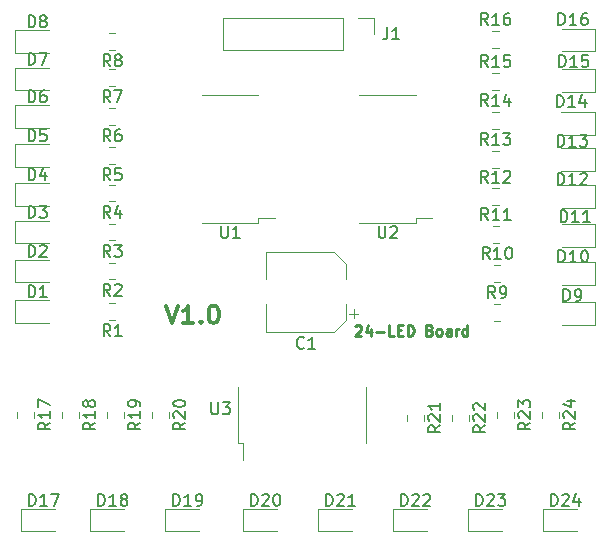
<source format=gbr>
G04 #@! TF.GenerationSoftware,KiCad,Pcbnew,(5.0.1-3-g963ef8bb5)*
G04 #@! TF.CreationDate,2018-12-19T16:23:04+08:00*
G04 #@! TF.ProjectId,24-LED-board,32342D4C45442D626F6172642E6B6963,1.0*
G04 #@! TF.SameCoordinates,Original*
G04 #@! TF.FileFunction,Legend,Top*
G04 #@! TF.FilePolarity,Positive*
%FSLAX46Y46*%
G04 Gerber Fmt 4.6, Leading zero omitted, Abs format (unit mm)*
G04 Created by KiCad (PCBNEW (5.0.1-3-g963ef8bb5)) date 2018 December 19, Wednesday 16:23:04*
%MOMM*%
%LPD*%
G01*
G04 APERTURE LIST*
%ADD10C,0.225000*%
%ADD11C,0.300000*%
%ADD12C,0.120000*%
%ADD13C,0.150000*%
G04 APERTURE END LIST*
D10*
X93985357Y-109320857D02*
X94028214Y-109278000D01*
X94113928Y-109235142D01*
X94328214Y-109235142D01*
X94413928Y-109278000D01*
X94456785Y-109320857D01*
X94499642Y-109406571D01*
X94499642Y-109492285D01*
X94456785Y-109620857D01*
X93942500Y-110135142D01*
X94499642Y-110135142D01*
X95271071Y-109535142D02*
X95271071Y-110135142D01*
X95056785Y-109192285D02*
X94842500Y-109835142D01*
X95399642Y-109835142D01*
X95742500Y-109792285D02*
X96428214Y-109792285D01*
X97285357Y-110135142D02*
X96856785Y-110135142D01*
X96856785Y-109235142D01*
X97585357Y-109663714D02*
X97885357Y-109663714D01*
X98013928Y-110135142D02*
X97585357Y-110135142D01*
X97585357Y-109235142D01*
X98013928Y-109235142D01*
X98399642Y-110135142D02*
X98399642Y-109235142D01*
X98613928Y-109235142D01*
X98742500Y-109278000D01*
X98828214Y-109363714D01*
X98871071Y-109449428D01*
X98913928Y-109620857D01*
X98913928Y-109749428D01*
X98871071Y-109920857D01*
X98828214Y-110006571D01*
X98742500Y-110092285D01*
X98613928Y-110135142D01*
X98399642Y-110135142D01*
X100285357Y-109663714D02*
X100413928Y-109706571D01*
X100456785Y-109749428D01*
X100499642Y-109835142D01*
X100499642Y-109963714D01*
X100456785Y-110049428D01*
X100413928Y-110092285D01*
X100328214Y-110135142D01*
X99985357Y-110135142D01*
X99985357Y-109235142D01*
X100285357Y-109235142D01*
X100371071Y-109278000D01*
X100413928Y-109320857D01*
X100456785Y-109406571D01*
X100456785Y-109492285D01*
X100413928Y-109578000D01*
X100371071Y-109620857D01*
X100285357Y-109663714D01*
X99985357Y-109663714D01*
X101013928Y-110135142D02*
X100928214Y-110092285D01*
X100885357Y-110049428D01*
X100842500Y-109963714D01*
X100842500Y-109706571D01*
X100885357Y-109620857D01*
X100928214Y-109578000D01*
X101013928Y-109535142D01*
X101142500Y-109535142D01*
X101228214Y-109578000D01*
X101271071Y-109620857D01*
X101313928Y-109706571D01*
X101313928Y-109963714D01*
X101271071Y-110049428D01*
X101228214Y-110092285D01*
X101142500Y-110135142D01*
X101013928Y-110135142D01*
X102085357Y-110135142D02*
X102085357Y-109663714D01*
X102042500Y-109578000D01*
X101956785Y-109535142D01*
X101785357Y-109535142D01*
X101699642Y-109578000D01*
X102085357Y-110092285D02*
X101999642Y-110135142D01*
X101785357Y-110135142D01*
X101699642Y-110092285D01*
X101656785Y-110006571D01*
X101656785Y-109920857D01*
X101699642Y-109835142D01*
X101785357Y-109792285D01*
X101999642Y-109792285D01*
X102085357Y-109749428D01*
X102513928Y-110135142D02*
X102513928Y-109535142D01*
X102513928Y-109706571D02*
X102556785Y-109620857D01*
X102599642Y-109578000D01*
X102685357Y-109535142D01*
X102771071Y-109535142D01*
X103456785Y-110135142D02*
X103456785Y-109235142D01*
X103456785Y-110092285D02*
X103371071Y-110135142D01*
X103199642Y-110135142D01*
X103113928Y-110092285D01*
X103071071Y-110049428D01*
X103028214Y-109963714D01*
X103028214Y-109706571D01*
X103071071Y-109620857D01*
X103113928Y-109578000D01*
X103199642Y-109535142D01*
X103371071Y-109535142D01*
X103456785Y-109578000D01*
D11*
X77978285Y-107573071D02*
X78478285Y-109073071D01*
X78978285Y-107573071D01*
X80264000Y-109073071D02*
X79406857Y-109073071D01*
X79835428Y-109073071D02*
X79835428Y-107573071D01*
X79692571Y-107787357D01*
X79549714Y-107930214D01*
X79406857Y-108001642D01*
X80906857Y-108930214D02*
X80978285Y-109001642D01*
X80906857Y-109073071D01*
X80835428Y-109001642D01*
X80906857Y-108930214D01*
X80906857Y-109073071D01*
X81906857Y-107573071D02*
X82049714Y-107573071D01*
X82192571Y-107644500D01*
X82264000Y-107715928D01*
X82335428Y-107858785D01*
X82406857Y-108144500D01*
X82406857Y-108501642D01*
X82335428Y-108787357D01*
X82264000Y-108930214D01*
X82192571Y-109001642D01*
X82049714Y-109073071D01*
X81906857Y-109073071D01*
X81764000Y-109001642D01*
X81692571Y-108930214D01*
X81621142Y-108787357D01*
X81549714Y-108501642D01*
X81549714Y-108144500D01*
X81621142Y-107858785D01*
X81692571Y-107715928D01*
X81764000Y-107644500D01*
X81906857Y-107573071D01*
D12*
G04 #@! TO.C,C1*
X86379000Y-103016000D02*
X86379000Y-105366000D01*
X86379000Y-109836000D02*
X86379000Y-107486000D01*
X92134563Y-109836000D02*
X86379000Y-109836000D01*
X92134563Y-103016000D02*
X86379000Y-103016000D01*
X93199000Y-104080437D02*
X93199000Y-105366000D01*
X93199000Y-108771563D02*
X93199000Y-107486000D01*
X93199000Y-108771563D02*
X92134563Y-109836000D01*
X93199000Y-104080437D02*
X92134563Y-103016000D01*
X94226500Y-108273500D02*
X93439000Y-108273500D01*
X93832750Y-108667250D02*
X93832750Y-107879750D01*
G04 #@! TO.C,D1*
X65187000Y-109037000D02*
X68047000Y-109037000D01*
X65187000Y-107117000D02*
X65187000Y-109037000D01*
X68047000Y-107117000D02*
X65187000Y-107117000D01*
G04 #@! TO.C,D2*
X68047000Y-103688000D02*
X65187000Y-103688000D01*
X65187000Y-103688000D02*
X65187000Y-105608000D01*
X65187000Y-105608000D02*
X68047000Y-105608000D01*
G04 #@! TO.C,D3*
X65187000Y-102306000D02*
X68047000Y-102306000D01*
X65187000Y-100386000D02*
X65187000Y-102306000D01*
X68047000Y-100386000D02*
X65187000Y-100386000D01*
G04 #@! TO.C,D4*
X68047000Y-97211000D02*
X65187000Y-97211000D01*
X65187000Y-97211000D02*
X65187000Y-99131000D01*
X65187000Y-99131000D02*
X68047000Y-99131000D01*
G04 #@! TO.C,D5*
X65187000Y-95829000D02*
X68047000Y-95829000D01*
X65187000Y-93909000D02*
X65187000Y-95829000D01*
X68047000Y-93909000D02*
X65187000Y-93909000D01*
G04 #@! TO.C,D6*
X68047000Y-90607000D02*
X65187000Y-90607000D01*
X65187000Y-90607000D02*
X65187000Y-92527000D01*
X65187000Y-92527000D02*
X68047000Y-92527000D01*
G04 #@! TO.C,D7*
X65187000Y-89352000D02*
X68047000Y-89352000D01*
X65187000Y-87432000D02*
X65187000Y-89352000D01*
X68047000Y-87432000D02*
X65187000Y-87432000D01*
G04 #@! TO.C,D8*
X68047000Y-84257000D02*
X65187000Y-84257000D01*
X65187000Y-84257000D02*
X65187000Y-86177000D01*
X65187000Y-86177000D02*
X68047000Y-86177000D01*
G04 #@! TO.C,D9*
X111449500Y-109227500D02*
X114309500Y-109227500D01*
X114309500Y-109227500D02*
X114309500Y-107307500D01*
X114309500Y-107307500D02*
X111449500Y-107307500D01*
G04 #@! TO.C,D10*
X114309500Y-103878500D02*
X111449500Y-103878500D01*
X114309500Y-105798500D02*
X114309500Y-103878500D01*
X111449500Y-105798500D02*
X114309500Y-105798500D01*
G04 #@! TO.C,D11*
X111449500Y-102623500D02*
X114309500Y-102623500D01*
X114309500Y-102623500D02*
X114309500Y-100703500D01*
X114309500Y-100703500D02*
X111449500Y-100703500D01*
G04 #@! TO.C,D12*
X114309500Y-97401500D02*
X111449500Y-97401500D01*
X114309500Y-99321500D02*
X114309500Y-97401500D01*
X111449500Y-99321500D02*
X114309500Y-99321500D01*
G04 #@! TO.C,D13*
X111386000Y-96146500D02*
X114246000Y-96146500D01*
X114246000Y-96146500D02*
X114246000Y-94226500D01*
X114246000Y-94226500D02*
X111386000Y-94226500D01*
G04 #@! TO.C,D14*
X114246000Y-91178500D02*
X111386000Y-91178500D01*
X114246000Y-93098500D02*
X114246000Y-91178500D01*
X111386000Y-93098500D02*
X114246000Y-93098500D01*
G04 #@! TO.C,D15*
X111449500Y-89479000D02*
X114309500Y-89479000D01*
X114309500Y-89479000D02*
X114309500Y-87559000D01*
X114309500Y-87559000D02*
X111449500Y-87559000D01*
G04 #@! TO.C,D16*
X114309500Y-84130000D02*
X111449500Y-84130000D01*
X114309500Y-86050000D02*
X114309500Y-84130000D01*
X111449500Y-86050000D02*
X114309500Y-86050000D01*
G04 #@! TO.C,J1*
X82744000Y-83252000D02*
X82744000Y-85912000D01*
X92964000Y-83252000D02*
X82744000Y-83252000D01*
X92964000Y-85912000D02*
X82744000Y-85912000D01*
X92964000Y-83252000D02*
X92964000Y-85912000D01*
X94234000Y-83252000D02*
X95564000Y-83252000D01*
X95564000Y-83252000D02*
X95564000Y-84582000D01*
G04 #@! TO.C,R1*
X73658252Y-108787000D02*
X73135748Y-108787000D01*
X73658252Y-107367000D02*
X73135748Y-107367000D01*
G04 #@! TO.C,R2*
X73658252Y-103938000D02*
X73135748Y-103938000D01*
X73658252Y-105358000D02*
X73135748Y-105358000D01*
G04 #@! TO.C,R3*
X73658252Y-102056000D02*
X73135748Y-102056000D01*
X73658252Y-100636000D02*
X73135748Y-100636000D01*
G04 #@! TO.C,R4*
X73658252Y-97334000D02*
X73135748Y-97334000D01*
X73658252Y-98754000D02*
X73135748Y-98754000D01*
G04 #@! TO.C,R5*
X73658252Y-94159000D02*
X73135748Y-94159000D01*
X73658252Y-95579000D02*
X73135748Y-95579000D01*
G04 #@! TO.C,R6*
X73658252Y-92277000D02*
X73135748Y-92277000D01*
X73658252Y-90857000D02*
X73135748Y-90857000D01*
G04 #@! TO.C,R7*
X73658252Y-88975000D02*
X73135748Y-88975000D01*
X73658252Y-87555000D02*
X73135748Y-87555000D01*
G04 #@! TO.C,R8*
X73658252Y-85927000D02*
X73135748Y-85927000D01*
X73658252Y-84507000D02*
X73135748Y-84507000D01*
G04 #@! TO.C,R9*
X105729248Y-108850500D02*
X106251752Y-108850500D01*
X105729248Y-107430500D02*
X106251752Y-107430500D01*
G04 #@! TO.C,R10*
X105729248Y-104128500D02*
X106251752Y-104128500D01*
X105729248Y-105548500D02*
X106251752Y-105548500D01*
G04 #@! TO.C,R11*
X105602248Y-102246500D02*
X106124752Y-102246500D01*
X105602248Y-100826500D02*
X106124752Y-100826500D01*
G04 #@! TO.C,R12*
X105593248Y-97651500D02*
X106115752Y-97651500D01*
X105593248Y-99071500D02*
X106115752Y-99071500D01*
G04 #@! TO.C,R13*
X105584248Y-95896500D02*
X106106752Y-95896500D01*
X105584248Y-94476500D02*
X106106752Y-94476500D01*
G04 #@! TO.C,R14*
X105584248Y-91174500D02*
X106106752Y-91174500D01*
X105584248Y-92594500D02*
X106106752Y-92594500D01*
G04 #@! TO.C,R15*
X105584248Y-89292500D02*
X106106752Y-89292500D01*
X105584248Y-87872500D02*
X106106752Y-87872500D01*
G04 #@! TO.C,R16*
X105593248Y-85736500D02*
X106115752Y-85736500D01*
X105593248Y-84316500D02*
X106115752Y-84316500D01*
G04 #@! TO.C,U1*
X85775500Y-89786500D02*
X80975500Y-89786500D01*
X85775500Y-100586500D02*
X80975500Y-100586500D01*
X85775500Y-100186500D02*
X87175500Y-100186500D01*
X85775500Y-100586500D02*
X85775500Y-100186500D01*
G04 #@! TO.C,U2*
X99110500Y-100586500D02*
X99110500Y-100186500D01*
X99110500Y-100186500D02*
X100510500Y-100186500D01*
X99110500Y-100586500D02*
X94310500Y-100586500D01*
X99110500Y-89786500D02*
X94310500Y-89786500D01*
G04 #@! TO.C,D17*
X68555000Y-124770000D02*
X65695000Y-124770000D01*
X65695000Y-124770000D02*
X65695000Y-126690000D01*
X65695000Y-126690000D02*
X68555000Y-126690000D01*
G04 #@! TO.C,D18*
X71555000Y-126690000D02*
X74415000Y-126690000D01*
X71555000Y-124770000D02*
X71555000Y-126690000D01*
X74415000Y-124770000D02*
X71555000Y-124770000D01*
G04 #@! TO.C,D19*
X80765000Y-124770000D02*
X77905000Y-124770000D01*
X77905000Y-124770000D02*
X77905000Y-126690000D01*
X77905000Y-126690000D02*
X80765000Y-126690000D01*
G04 #@! TO.C,D20*
X84500000Y-126690000D02*
X87360000Y-126690000D01*
X84500000Y-124770000D02*
X84500000Y-126690000D01*
X87360000Y-124770000D02*
X84500000Y-124770000D01*
G04 #@! TO.C,D21*
X93710000Y-124770000D02*
X90850000Y-124770000D01*
X90850000Y-124770000D02*
X90850000Y-126690000D01*
X90850000Y-126690000D02*
X93710000Y-126690000D01*
G04 #@! TO.C,D22*
X97200000Y-126690000D02*
X100060000Y-126690000D01*
X97200000Y-124770000D02*
X97200000Y-126690000D01*
X100060000Y-124770000D02*
X97200000Y-124770000D01*
G04 #@! TO.C,D23*
X106410000Y-124770000D02*
X103550000Y-124770000D01*
X103550000Y-124770000D02*
X103550000Y-126690000D01*
X103550000Y-126690000D02*
X106410000Y-126690000D01*
G04 #@! TO.C,D24*
X109900000Y-126690000D02*
X112760000Y-126690000D01*
X109900000Y-124770000D02*
X109900000Y-126690000D01*
X112760000Y-124770000D02*
X109900000Y-124770000D01*
G04 #@! TO.C,R17*
X65330000Y-116578748D02*
X65330000Y-117101252D01*
X66750000Y-116578748D02*
X66750000Y-117101252D01*
G04 #@! TO.C,R18*
X70560000Y-116578748D02*
X70560000Y-117101252D01*
X69140000Y-116578748D02*
X69140000Y-117101252D01*
G04 #@! TO.C,R19*
X72950000Y-116578748D02*
X72950000Y-117101252D01*
X74370000Y-116578748D02*
X74370000Y-117101252D01*
G04 #@! TO.C,R20*
X78180000Y-116578748D02*
X78180000Y-117101252D01*
X76760000Y-116578748D02*
X76760000Y-117101252D01*
G04 #@! TO.C,R21*
X98350000Y-116823748D02*
X98350000Y-117346252D01*
X99770000Y-116823748D02*
X99770000Y-117346252D01*
G04 #@! TO.C,R22*
X103580000Y-116823748D02*
X103580000Y-117346252D01*
X102160000Y-116823748D02*
X102160000Y-117346252D01*
G04 #@! TO.C,R23*
X105970000Y-116578748D02*
X105970000Y-117101252D01*
X107390000Y-116578748D02*
X107390000Y-117101252D01*
G04 #@! TO.C,R24*
X111200000Y-116578748D02*
X111200000Y-117101252D01*
X109780000Y-116578748D02*
X109780000Y-117101252D01*
G04 #@! TO.C,U3*
X84071500Y-119240000D02*
X84471500Y-119240000D01*
X84471500Y-119240000D02*
X84471500Y-120640000D01*
X84071500Y-119240000D02*
X84071500Y-114440000D01*
X94871500Y-119240000D02*
X94871500Y-114440000D01*
G04 #@! TO.C,C1*
D13*
X89622333Y-111133142D02*
X89574714Y-111180761D01*
X89431857Y-111228380D01*
X89336619Y-111228380D01*
X89193761Y-111180761D01*
X89098523Y-111085523D01*
X89050904Y-110990285D01*
X89003285Y-110799809D01*
X89003285Y-110656952D01*
X89050904Y-110466476D01*
X89098523Y-110371238D01*
X89193761Y-110276000D01*
X89336619Y-110228380D01*
X89431857Y-110228380D01*
X89574714Y-110276000D01*
X89622333Y-110323619D01*
X90574714Y-111228380D02*
X90003285Y-111228380D01*
X90289000Y-111228380D02*
X90289000Y-110228380D01*
X90193761Y-110371238D01*
X90098523Y-110466476D01*
X90003285Y-110514095D01*
G04 #@! TO.C,D1*
X66308904Y-106879380D02*
X66308904Y-105879380D01*
X66547000Y-105879380D01*
X66689857Y-105927000D01*
X66785095Y-106022238D01*
X66832714Y-106117476D01*
X66880333Y-106307952D01*
X66880333Y-106450809D01*
X66832714Y-106641285D01*
X66785095Y-106736523D01*
X66689857Y-106831761D01*
X66547000Y-106879380D01*
X66308904Y-106879380D01*
X67832714Y-106879380D02*
X67261285Y-106879380D01*
X67547000Y-106879380D02*
X67547000Y-105879380D01*
X67451761Y-106022238D01*
X67356523Y-106117476D01*
X67261285Y-106165095D01*
G04 #@! TO.C,D2*
X66308904Y-103450380D02*
X66308904Y-102450380D01*
X66547000Y-102450380D01*
X66689857Y-102498000D01*
X66785095Y-102593238D01*
X66832714Y-102688476D01*
X66880333Y-102878952D01*
X66880333Y-103021809D01*
X66832714Y-103212285D01*
X66785095Y-103307523D01*
X66689857Y-103402761D01*
X66547000Y-103450380D01*
X66308904Y-103450380D01*
X67261285Y-102545619D02*
X67308904Y-102498000D01*
X67404142Y-102450380D01*
X67642238Y-102450380D01*
X67737476Y-102498000D01*
X67785095Y-102545619D01*
X67832714Y-102640857D01*
X67832714Y-102736095D01*
X67785095Y-102878952D01*
X67213666Y-103450380D01*
X67832714Y-103450380D01*
G04 #@! TO.C,D3*
X66308904Y-100148380D02*
X66308904Y-99148380D01*
X66547000Y-99148380D01*
X66689857Y-99196000D01*
X66785095Y-99291238D01*
X66832714Y-99386476D01*
X66880333Y-99576952D01*
X66880333Y-99719809D01*
X66832714Y-99910285D01*
X66785095Y-100005523D01*
X66689857Y-100100761D01*
X66547000Y-100148380D01*
X66308904Y-100148380D01*
X67213666Y-99148380D02*
X67832714Y-99148380D01*
X67499380Y-99529333D01*
X67642238Y-99529333D01*
X67737476Y-99576952D01*
X67785095Y-99624571D01*
X67832714Y-99719809D01*
X67832714Y-99957904D01*
X67785095Y-100053142D01*
X67737476Y-100100761D01*
X67642238Y-100148380D01*
X67356523Y-100148380D01*
X67261285Y-100100761D01*
X67213666Y-100053142D01*
G04 #@! TO.C,D4*
X66308904Y-96973380D02*
X66308904Y-95973380D01*
X66547000Y-95973380D01*
X66689857Y-96021000D01*
X66785095Y-96116238D01*
X66832714Y-96211476D01*
X66880333Y-96401952D01*
X66880333Y-96544809D01*
X66832714Y-96735285D01*
X66785095Y-96830523D01*
X66689857Y-96925761D01*
X66547000Y-96973380D01*
X66308904Y-96973380D01*
X67737476Y-96306714D02*
X67737476Y-96973380D01*
X67499380Y-95925761D02*
X67261285Y-96640047D01*
X67880333Y-96640047D01*
G04 #@! TO.C,D5*
X66308904Y-93671380D02*
X66308904Y-92671380D01*
X66547000Y-92671380D01*
X66689857Y-92719000D01*
X66785095Y-92814238D01*
X66832714Y-92909476D01*
X66880333Y-93099952D01*
X66880333Y-93242809D01*
X66832714Y-93433285D01*
X66785095Y-93528523D01*
X66689857Y-93623761D01*
X66547000Y-93671380D01*
X66308904Y-93671380D01*
X67785095Y-92671380D02*
X67308904Y-92671380D01*
X67261285Y-93147571D01*
X67308904Y-93099952D01*
X67404142Y-93052333D01*
X67642238Y-93052333D01*
X67737476Y-93099952D01*
X67785095Y-93147571D01*
X67832714Y-93242809D01*
X67832714Y-93480904D01*
X67785095Y-93576142D01*
X67737476Y-93623761D01*
X67642238Y-93671380D01*
X67404142Y-93671380D01*
X67308904Y-93623761D01*
X67261285Y-93576142D01*
G04 #@! TO.C,D6*
X66308904Y-90369380D02*
X66308904Y-89369380D01*
X66547000Y-89369380D01*
X66689857Y-89417000D01*
X66785095Y-89512238D01*
X66832714Y-89607476D01*
X66880333Y-89797952D01*
X66880333Y-89940809D01*
X66832714Y-90131285D01*
X66785095Y-90226523D01*
X66689857Y-90321761D01*
X66547000Y-90369380D01*
X66308904Y-90369380D01*
X67737476Y-89369380D02*
X67547000Y-89369380D01*
X67451761Y-89417000D01*
X67404142Y-89464619D01*
X67308904Y-89607476D01*
X67261285Y-89797952D01*
X67261285Y-90178904D01*
X67308904Y-90274142D01*
X67356523Y-90321761D01*
X67451761Y-90369380D01*
X67642238Y-90369380D01*
X67737476Y-90321761D01*
X67785095Y-90274142D01*
X67832714Y-90178904D01*
X67832714Y-89940809D01*
X67785095Y-89845571D01*
X67737476Y-89797952D01*
X67642238Y-89750333D01*
X67451761Y-89750333D01*
X67356523Y-89797952D01*
X67308904Y-89845571D01*
X67261285Y-89940809D01*
G04 #@! TO.C,D7*
X66308904Y-87194380D02*
X66308904Y-86194380D01*
X66547000Y-86194380D01*
X66689857Y-86242000D01*
X66785095Y-86337238D01*
X66832714Y-86432476D01*
X66880333Y-86622952D01*
X66880333Y-86765809D01*
X66832714Y-86956285D01*
X66785095Y-87051523D01*
X66689857Y-87146761D01*
X66547000Y-87194380D01*
X66308904Y-87194380D01*
X67213666Y-86194380D02*
X67880333Y-86194380D01*
X67451761Y-87194380D01*
G04 #@! TO.C,D8*
X66308904Y-84019380D02*
X66308904Y-83019380D01*
X66547000Y-83019380D01*
X66689857Y-83067000D01*
X66785095Y-83162238D01*
X66832714Y-83257476D01*
X66880333Y-83447952D01*
X66880333Y-83590809D01*
X66832714Y-83781285D01*
X66785095Y-83876523D01*
X66689857Y-83971761D01*
X66547000Y-84019380D01*
X66308904Y-84019380D01*
X67451761Y-83447952D02*
X67356523Y-83400333D01*
X67308904Y-83352714D01*
X67261285Y-83257476D01*
X67261285Y-83209857D01*
X67308904Y-83114619D01*
X67356523Y-83067000D01*
X67451761Y-83019380D01*
X67642238Y-83019380D01*
X67737476Y-83067000D01*
X67785095Y-83114619D01*
X67832714Y-83209857D01*
X67832714Y-83257476D01*
X67785095Y-83352714D01*
X67737476Y-83400333D01*
X67642238Y-83447952D01*
X67451761Y-83447952D01*
X67356523Y-83495571D01*
X67308904Y-83543190D01*
X67261285Y-83638428D01*
X67261285Y-83828904D01*
X67308904Y-83924142D01*
X67356523Y-83971761D01*
X67451761Y-84019380D01*
X67642238Y-84019380D01*
X67737476Y-83971761D01*
X67785095Y-83924142D01*
X67832714Y-83828904D01*
X67832714Y-83638428D01*
X67785095Y-83543190D01*
X67737476Y-83495571D01*
X67642238Y-83447952D01*
G04 #@! TO.C,D9*
X111593404Y-107195880D02*
X111593404Y-106195880D01*
X111831500Y-106195880D01*
X111974357Y-106243500D01*
X112069595Y-106338738D01*
X112117214Y-106433976D01*
X112164833Y-106624452D01*
X112164833Y-106767309D01*
X112117214Y-106957785D01*
X112069595Y-107053023D01*
X111974357Y-107148261D01*
X111831500Y-107195880D01*
X111593404Y-107195880D01*
X112641023Y-107195880D02*
X112831500Y-107195880D01*
X112926738Y-107148261D01*
X112974357Y-107100642D01*
X113069595Y-106957785D01*
X113117214Y-106767309D01*
X113117214Y-106386357D01*
X113069595Y-106291119D01*
X113021976Y-106243500D01*
X112926738Y-106195880D01*
X112736261Y-106195880D01*
X112641023Y-106243500D01*
X112593404Y-106291119D01*
X112545785Y-106386357D01*
X112545785Y-106624452D01*
X112593404Y-106719690D01*
X112641023Y-106767309D01*
X112736261Y-106814928D01*
X112926738Y-106814928D01*
X113021976Y-106767309D01*
X113069595Y-106719690D01*
X113117214Y-106624452D01*
G04 #@! TO.C,D10*
X111180714Y-103893880D02*
X111180714Y-102893880D01*
X111418809Y-102893880D01*
X111561666Y-102941500D01*
X111656904Y-103036738D01*
X111704523Y-103131976D01*
X111752142Y-103322452D01*
X111752142Y-103465309D01*
X111704523Y-103655785D01*
X111656904Y-103751023D01*
X111561666Y-103846261D01*
X111418809Y-103893880D01*
X111180714Y-103893880D01*
X112704523Y-103893880D02*
X112133095Y-103893880D01*
X112418809Y-103893880D02*
X112418809Y-102893880D01*
X112323571Y-103036738D01*
X112228333Y-103131976D01*
X112133095Y-103179595D01*
X113323571Y-102893880D02*
X113418809Y-102893880D01*
X113514047Y-102941500D01*
X113561666Y-102989119D01*
X113609285Y-103084357D01*
X113656904Y-103274833D01*
X113656904Y-103512928D01*
X113609285Y-103703404D01*
X113561666Y-103798642D01*
X113514047Y-103846261D01*
X113418809Y-103893880D01*
X113323571Y-103893880D01*
X113228333Y-103846261D01*
X113180714Y-103798642D01*
X113133095Y-103703404D01*
X113085476Y-103512928D01*
X113085476Y-103274833D01*
X113133095Y-103084357D01*
X113180714Y-102989119D01*
X113228333Y-102941500D01*
X113323571Y-102893880D01*
G04 #@! TO.C,D11*
X111371214Y-100528380D02*
X111371214Y-99528380D01*
X111609309Y-99528380D01*
X111752166Y-99576000D01*
X111847404Y-99671238D01*
X111895023Y-99766476D01*
X111942642Y-99956952D01*
X111942642Y-100099809D01*
X111895023Y-100290285D01*
X111847404Y-100385523D01*
X111752166Y-100480761D01*
X111609309Y-100528380D01*
X111371214Y-100528380D01*
X112895023Y-100528380D02*
X112323595Y-100528380D01*
X112609309Y-100528380D02*
X112609309Y-99528380D01*
X112514071Y-99671238D01*
X112418833Y-99766476D01*
X112323595Y-99814095D01*
X113847404Y-100528380D02*
X113275976Y-100528380D01*
X113561690Y-100528380D02*
X113561690Y-99528380D01*
X113466452Y-99671238D01*
X113371214Y-99766476D01*
X113275976Y-99814095D01*
G04 #@! TO.C,D12*
X111117214Y-97353380D02*
X111117214Y-96353380D01*
X111355309Y-96353380D01*
X111498166Y-96401000D01*
X111593404Y-96496238D01*
X111641023Y-96591476D01*
X111688642Y-96781952D01*
X111688642Y-96924809D01*
X111641023Y-97115285D01*
X111593404Y-97210523D01*
X111498166Y-97305761D01*
X111355309Y-97353380D01*
X111117214Y-97353380D01*
X112641023Y-97353380D02*
X112069595Y-97353380D01*
X112355309Y-97353380D02*
X112355309Y-96353380D01*
X112260071Y-96496238D01*
X112164833Y-96591476D01*
X112069595Y-96639095D01*
X113021976Y-96448619D02*
X113069595Y-96401000D01*
X113164833Y-96353380D01*
X113402928Y-96353380D01*
X113498166Y-96401000D01*
X113545785Y-96448619D01*
X113593404Y-96543857D01*
X113593404Y-96639095D01*
X113545785Y-96781952D01*
X112974357Y-97353380D01*
X113593404Y-97353380D01*
G04 #@! TO.C,D13*
X111117214Y-94114880D02*
X111117214Y-93114880D01*
X111355309Y-93114880D01*
X111498166Y-93162500D01*
X111593404Y-93257738D01*
X111641023Y-93352976D01*
X111688642Y-93543452D01*
X111688642Y-93686309D01*
X111641023Y-93876785D01*
X111593404Y-93972023D01*
X111498166Y-94067261D01*
X111355309Y-94114880D01*
X111117214Y-94114880D01*
X112641023Y-94114880D02*
X112069595Y-94114880D01*
X112355309Y-94114880D02*
X112355309Y-93114880D01*
X112260071Y-93257738D01*
X112164833Y-93352976D01*
X112069595Y-93400595D01*
X112974357Y-93114880D02*
X113593404Y-93114880D01*
X113260071Y-93495833D01*
X113402928Y-93495833D01*
X113498166Y-93543452D01*
X113545785Y-93591071D01*
X113593404Y-93686309D01*
X113593404Y-93924404D01*
X113545785Y-94019642D01*
X113498166Y-94067261D01*
X113402928Y-94114880D01*
X113117214Y-94114880D01*
X113021976Y-94067261D01*
X112974357Y-94019642D01*
G04 #@! TO.C,D14*
X111053714Y-90749380D02*
X111053714Y-89749380D01*
X111291809Y-89749380D01*
X111434666Y-89797000D01*
X111529904Y-89892238D01*
X111577523Y-89987476D01*
X111625142Y-90177952D01*
X111625142Y-90320809D01*
X111577523Y-90511285D01*
X111529904Y-90606523D01*
X111434666Y-90701761D01*
X111291809Y-90749380D01*
X111053714Y-90749380D01*
X112577523Y-90749380D02*
X112006095Y-90749380D01*
X112291809Y-90749380D02*
X112291809Y-89749380D01*
X112196571Y-89892238D01*
X112101333Y-89987476D01*
X112006095Y-90035095D01*
X113434666Y-90082714D02*
X113434666Y-90749380D01*
X113196571Y-89701761D02*
X112958476Y-90416047D01*
X113577523Y-90416047D01*
G04 #@! TO.C,D15*
X111235214Y-87383880D02*
X111235214Y-86383880D01*
X111473309Y-86383880D01*
X111616166Y-86431500D01*
X111711404Y-86526738D01*
X111759023Y-86621976D01*
X111806642Y-86812452D01*
X111806642Y-86955309D01*
X111759023Y-87145785D01*
X111711404Y-87241023D01*
X111616166Y-87336261D01*
X111473309Y-87383880D01*
X111235214Y-87383880D01*
X112759023Y-87383880D02*
X112187595Y-87383880D01*
X112473309Y-87383880D02*
X112473309Y-86383880D01*
X112378071Y-86526738D01*
X112282833Y-86621976D01*
X112187595Y-86669595D01*
X113663785Y-86383880D02*
X113187595Y-86383880D01*
X113139976Y-86860071D01*
X113187595Y-86812452D01*
X113282833Y-86764833D01*
X113520928Y-86764833D01*
X113616166Y-86812452D01*
X113663785Y-86860071D01*
X113711404Y-86955309D01*
X113711404Y-87193404D01*
X113663785Y-87288642D01*
X113616166Y-87336261D01*
X113520928Y-87383880D01*
X113282833Y-87383880D01*
X113187595Y-87336261D01*
X113139976Y-87288642D01*
G04 #@! TO.C,D16*
X111180714Y-83827880D02*
X111180714Y-82827880D01*
X111418809Y-82827880D01*
X111561666Y-82875500D01*
X111656904Y-82970738D01*
X111704523Y-83065976D01*
X111752142Y-83256452D01*
X111752142Y-83399309D01*
X111704523Y-83589785D01*
X111656904Y-83685023D01*
X111561666Y-83780261D01*
X111418809Y-83827880D01*
X111180714Y-83827880D01*
X112704523Y-83827880D02*
X112133095Y-83827880D01*
X112418809Y-83827880D02*
X112418809Y-82827880D01*
X112323571Y-82970738D01*
X112228333Y-83065976D01*
X112133095Y-83113595D01*
X113561666Y-82827880D02*
X113371190Y-82827880D01*
X113275952Y-82875500D01*
X113228333Y-82923119D01*
X113133095Y-83065976D01*
X113085476Y-83256452D01*
X113085476Y-83637404D01*
X113133095Y-83732642D01*
X113180714Y-83780261D01*
X113275952Y-83827880D01*
X113466428Y-83827880D01*
X113561666Y-83780261D01*
X113609285Y-83732642D01*
X113656904Y-83637404D01*
X113656904Y-83399309D01*
X113609285Y-83304071D01*
X113561666Y-83256452D01*
X113466428Y-83208833D01*
X113275952Y-83208833D01*
X113180714Y-83256452D01*
X113133095Y-83304071D01*
X113085476Y-83399309D01*
G04 #@! TO.C,J1*
X96694666Y-84034380D02*
X96694666Y-84748666D01*
X96647047Y-84891523D01*
X96551809Y-84986761D01*
X96408952Y-85034380D01*
X96313714Y-85034380D01*
X97694666Y-85034380D02*
X97123238Y-85034380D01*
X97408952Y-85034380D02*
X97408952Y-84034380D01*
X97313714Y-84177238D01*
X97218476Y-84272476D01*
X97123238Y-84320095D01*
G04 #@! TO.C,R1*
X73230333Y-110179380D02*
X72897000Y-109703190D01*
X72658904Y-110179380D02*
X72658904Y-109179380D01*
X73039857Y-109179380D01*
X73135095Y-109227000D01*
X73182714Y-109274619D01*
X73230333Y-109369857D01*
X73230333Y-109512714D01*
X73182714Y-109607952D01*
X73135095Y-109655571D01*
X73039857Y-109703190D01*
X72658904Y-109703190D01*
X74182714Y-110179380D02*
X73611285Y-110179380D01*
X73897000Y-110179380D02*
X73897000Y-109179380D01*
X73801761Y-109322238D01*
X73706523Y-109417476D01*
X73611285Y-109465095D01*
G04 #@! TO.C,R2*
X73230333Y-106750380D02*
X72897000Y-106274190D01*
X72658904Y-106750380D02*
X72658904Y-105750380D01*
X73039857Y-105750380D01*
X73135095Y-105798000D01*
X73182714Y-105845619D01*
X73230333Y-105940857D01*
X73230333Y-106083714D01*
X73182714Y-106178952D01*
X73135095Y-106226571D01*
X73039857Y-106274190D01*
X72658904Y-106274190D01*
X73611285Y-105845619D02*
X73658904Y-105798000D01*
X73754142Y-105750380D01*
X73992238Y-105750380D01*
X74087476Y-105798000D01*
X74135095Y-105845619D01*
X74182714Y-105940857D01*
X74182714Y-106036095D01*
X74135095Y-106178952D01*
X73563666Y-106750380D01*
X74182714Y-106750380D01*
G04 #@! TO.C,R3*
X73230333Y-103448380D02*
X72897000Y-102972190D01*
X72658904Y-103448380D02*
X72658904Y-102448380D01*
X73039857Y-102448380D01*
X73135095Y-102496000D01*
X73182714Y-102543619D01*
X73230333Y-102638857D01*
X73230333Y-102781714D01*
X73182714Y-102876952D01*
X73135095Y-102924571D01*
X73039857Y-102972190D01*
X72658904Y-102972190D01*
X73563666Y-102448380D02*
X74182714Y-102448380D01*
X73849380Y-102829333D01*
X73992238Y-102829333D01*
X74087476Y-102876952D01*
X74135095Y-102924571D01*
X74182714Y-103019809D01*
X74182714Y-103257904D01*
X74135095Y-103353142D01*
X74087476Y-103400761D01*
X73992238Y-103448380D01*
X73706523Y-103448380D01*
X73611285Y-103400761D01*
X73563666Y-103353142D01*
G04 #@! TO.C,R4*
X73230333Y-100146380D02*
X72897000Y-99670190D01*
X72658904Y-100146380D02*
X72658904Y-99146380D01*
X73039857Y-99146380D01*
X73135095Y-99194000D01*
X73182714Y-99241619D01*
X73230333Y-99336857D01*
X73230333Y-99479714D01*
X73182714Y-99574952D01*
X73135095Y-99622571D01*
X73039857Y-99670190D01*
X72658904Y-99670190D01*
X74087476Y-99479714D02*
X74087476Y-100146380D01*
X73849380Y-99098761D02*
X73611285Y-99813047D01*
X74230333Y-99813047D01*
G04 #@! TO.C,R5*
X73230333Y-96971380D02*
X72897000Y-96495190D01*
X72658904Y-96971380D02*
X72658904Y-95971380D01*
X73039857Y-95971380D01*
X73135095Y-96019000D01*
X73182714Y-96066619D01*
X73230333Y-96161857D01*
X73230333Y-96304714D01*
X73182714Y-96399952D01*
X73135095Y-96447571D01*
X73039857Y-96495190D01*
X72658904Y-96495190D01*
X74135095Y-95971380D02*
X73658904Y-95971380D01*
X73611285Y-96447571D01*
X73658904Y-96399952D01*
X73754142Y-96352333D01*
X73992238Y-96352333D01*
X74087476Y-96399952D01*
X74135095Y-96447571D01*
X74182714Y-96542809D01*
X74182714Y-96780904D01*
X74135095Y-96876142D01*
X74087476Y-96923761D01*
X73992238Y-96971380D01*
X73754142Y-96971380D01*
X73658904Y-96923761D01*
X73611285Y-96876142D01*
G04 #@! TO.C,R6*
X73230333Y-93669380D02*
X72897000Y-93193190D01*
X72658904Y-93669380D02*
X72658904Y-92669380D01*
X73039857Y-92669380D01*
X73135095Y-92717000D01*
X73182714Y-92764619D01*
X73230333Y-92859857D01*
X73230333Y-93002714D01*
X73182714Y-93097952D01*
X73135095Y-93145571D01*
X73039857Y-93193190D01*
X72658904Y-93193190D01*
X74087476Y-92669380D02*
X73897000Y-92669380D01*
X73801761Y-92717000D01*
X73754142Y-92764619D01*
X73658904Y-92907476D01*
X73611285Y-93097952D01*
X73611285Y-93478904D01*
X73658904Y-93574142D01*
X73706523Y-93621761D01*
X73801761Y-93669380D01*
X73992238Y-93669380D01*
X74087476Y-93621761D01*
X74135095Y-93574142D01*
X74182714Y-93478904D01*
X74182714Y-93240809D01*
X74135095Y-93145571D01*
X74087476Y-93097952D01*
X73992238Y-93050333D01*
X73801761Y-93050333D01*
X73706523Y-93097952D01*
X73658904Y-93145571D01*
X73611285Y-93240809D01*
G04 #@! TO.C,R7*
X73230333Y-90367380D02*
X72897000Y-89891190D01*
X72658904Y-90367380D02*
X72658904Y-89367380D01*
X73039857Y-89367380D01*
X73135095Y-89415000D01*
X73182714Y-89462619D01*
X73230333Y-89557857D01*
X73230333Y-89700714D01*
X73182714Y-89795952D01*
X73135095Y-89843571D01*
X73039857Y-89891190D01*
X72658904Y-89891190D01*
X73563666Y-89367380D02*
X74230333Y-89367380D01*
X73801761Y-90367380D01*
G04 #@! TO.C,R8*
X73230333Y-87319380D02*
X72897000Y-86843190D01*
X72658904Y-87319380D02*
X72658904Y-86319380D01*
X73039857Y-86319380D01*
X73135095Y-86367000D01*
X73182714Y-86414619D01*
X73230333Y-86509857D01*
X73230333Y-86652714D01*
X73182714Y-86747952D01*
X73135095Y-86795571D01*
X73039857Y-86843190D01*
X72658904Y-86843190D01*
X73801761Y-86747952D02*
X73706523Y-86700333D01*
X73658904Y-86652714D01*
X73611285Y-86557476D01*
X73611285Y-86509857D01*
X73658904Y-86414619D01*
X73706523Y-86367000D01*
X73801761Y-86319380D01*
X73992238Y-86319380D01*
X74087476Y-86367000D01*
X74135095Y-86414619D01*
X74182714Y-86509857D01*
X74182714Y-86557476D01*
X74135095Y-86652714D01*
X74087476Y-86700333D01*
X73992238Y-86747952D01*
X73801761Y-86747952D01*
X73706523Y-86795571D01*
X73658904Y-86843190D01*
X73611285Y-86938428D01*
X73611285Y-87128904D01*
X73658904Y-87224142D01*
X73706523Y-87271761D01*
X73801761Y-87319380D01*
X73992238Y-87319380D01*
X74087476Y-87271761D01*
X74135095Y-87224142D01*
X74182714Y-87128904D01*
X74182714Y-86938428D01*
X74135095Y-86843190D01*
X74087476Y-86795571D01*
X73992238Y-86747952D01*
G04 #@! TO.C,R9*
X105823833Y-106942880D02*
X105490500Y-106466690D01*
X105252404Y-106942880D02*
X105252404Y-105942880D01*
X105633357Y-105942880D01*
X105728595Y-105990500D01*
X105776214Y-106038119D01*
X105823833Y-106133357D01*
X105823833Y-106276214D01*
X105776214Y-106371452D01*
X105728595Y-106419071D01*
X105633357Y-106466690D01*
X105252404Y-106466690D01*
X106300023Y-106942880D02*
X106490500Y-106942880D01*
X106585738Y-106895261D01*
X106633357Y-106847642D01*
X106728595Y-106704785D01*
X106776214Y-106514309D01*
X106776214Y-106133357D01*
X106728595Y-106038119D01*
X106680976Y-105990500D01*
X106585738Y-105942880D01*
X106395261Y-105942880D01*
X106300023Y-105990500D01*
X106252404Y-106038119D01*
X106204785Y-106133357D01*
X106204785Y-106371452D01*
X106252404Y-106466690D01*
X106300023Y-106514309D01*
X106395261Y-106561928D01*
X106585738Y-106561928D01*
X106680976Y-106514309D01*
X106728595Y-106466690D01*
X106776214Y-106371452D01*
G04 #@! TO.C,R10*
X105347642Y-103640880D02*
X105014309Y-103164690D01*
X104776214Y-103640880D02*
X104776214Y-102640880D01*
X105157166Y-102640880D01*
X105252404Y-102688500D01*
X105300023Y-102736119D01*
X105347642Y-102831357D01*
X105347642Y-102974214D01*
X105300023Y-103069452D01*
X105252404Y-103117071D01*
X105157166Y-103164690D01*
X104776214Y-103164690D01*
X106300023Y-103640880D02*
X105728595Y-103640880D01*
X106014309Y-103640880D02*
X106014309Y-102640880D01*
X105919071Y-102783738D01*
X105823833Y-102878976D01*
X105728595Y-102926595D01*
X106919071Y-102640880D02*
X107014309Y-102640880D01*
X107109547Y-102688500D01*
X107157166Y-102736119D01*
X107204785Y-102831357D01*
X107252404Y-103021833D01*
X107252404Y-103259928D01*
X107204785Y-103450404D01*
X107157166Y-103545642D01*
X107109547Y-103593261D01*
X107014309Y-103640880D01*
X106919071Y-103640880D01*
X106823833Y-103593261D01*
X106776214Y-103545642D01*
X106728595Y-103450404D01*
X106680976Y-103259928D01*
X106680976Y-103021833D01*
X106728595Y-102831357D01*
X106776214Y-102736119D01*
X106823833Y-102688500D01*
X106919071Y-102640880D01*
G04 #@! TO.C,R11*
X105220642Y-100338880D02*
X104887309Y-99862690D01*
X104649214Y-100338880D02*
X104649214Y-99338880D01*
X105030166Y-99338880D01*
X105125404Y-99386500D01*
X105173023Y-99434119D01*
X105220642Y-99529357D01*
X105220642Y-99672214D01*
X105173023Y-99767452D01*
X105125404Y-99815071D01*
X105030166Y-99862690D01*
X104649214Y-99862690D01*
X106173023Y-100338880D02*
X105601595Y-100338880D01*
X105887309Y-100338880D02*
X105887309Y-99338880D01*
X105792071Y-99481738D01*
X105696833Y-99576976D01*
X105601595Y-99624595D01*
X107125404Y-100338880D02*
X106553976Y-100338880D01*
X106839690Y-100338880D02*
X106839690Y-99338880D01*
X106744452Y-99481738D01*
X106649214Y-99576976D01*
X106553976Y-99624595D01*
G04 #@! TO.C,R12*
X105211642Y-97163880D02*
X104878309Y-96687690D01*
X104640214Y-97163880D02*
X104640214Y-96163880D01*
X105021166Y-96163880D01*
X105116404Y-96211500D01*
X105164023Y-96259119D01*
X105211642Y-96354357D01*
X105211642Y-96497214D01*
X105164023Y-96592452D01*
X105116404Y-96640071D01*
X105021166Y-96687690D01*
X104640214Y-96687690D01*
X106164023Y-97163880D02*
X105592595Y-97163880D01*
X105878309Y-97163880D02*
X105878309Y-96163880D01*
X105783071Y-96306738D01*
X105687833Y-96401976D01*
X105592595Y-96449595D01*
X106544976Y-96259119D02*
X106592595Y-96211500D01*
X106687833Y-96163880D01*
X106925928Y-96163880D01*
X107021166Y-96211500D01*
X107068785Y-96259119D01*
X107116404Y-96354357D01*
X107116404Y-96449595D01*
X107068785Y-96592452D01*
X106497357Y-97163880D01*
X107116404Y-97163880D01*
G04 #@! TO.C,R13*
X105202642Y-93988880D02*
X104869309Y-93512690D01*
X104631214Y-93988880D02*
X104631214Y-92988880D01*
X105012166Y-92988880D01*
X105107404Y-93036500D01*
X105155023Y-93084119D01*
X105202642Y-93179357D01*
X105202642Y-93322214D01*
X105155023Y-93417452D01*
X105107404Y-93465071D01*
X105012166Y-93512690D01*
X104631214Y-93512690D01*
X106155023Y-93988880D02*
X105583595Y-93988880D01*
X105869309Y-93988880D02*
X105869309Y-92988880D01*
X105774071Y-93131738D01*
X105678833Y-93226976D01*
X105583595Y-93274595D01*
X106488357Y-92988880D02*
X107107404Y-92988880D01*
X106774071Y-93369833D01*
X106916928Y-93369833D01*
X107012166Y-93417452D01*
X107059785Y-93465071D01*
X107107404Y-93560309D01*
X107107404Y-93798404D01*
X107059785Y-93893642D01*
X107012166Y-93941261D01*
X106916928Y-93988880D01*
X106631214Y-93988880D01*
X106535976Y-93941261D01*
X106488357Y-93893642D01*
G04 #@! TO.C,R14*
X105202642Y-90686880D02*
X104869309Y-90210690D01*
X104631214Y-90686880D02*
X104631214Y-89686880D01*
X105012166Y-89686880D01*
X105107404Y-89734500D01*
X105155023Y-89782119D01*
X105202642Y-89877357D01*
X105202642Y-90020214D01*
X105155023Y-90115452D01*
X105107404Y-90163071D01*
X105012166Y-90210690D01*
X104631214Y-90210690D01*
X106155023Y-90686880D02*
X105583595Y-90686880D01*
X105869309Y-90686880D02*
X105869309Y-89686880D01*
X105774071Y-89829738D01*
X105678833Y-89924976D01*
X105583595Y-89972595D01*
X107012166Y-90020214D02*
X107012166Y-90686880D01*
X106774071Y-89639261D02*
X106535976Y-90353547D01*
X107155023Y-90353547D01*
G04 #@! TO.C,R15*
X105202642Y-87384880D02*
X104869309Y-86908690D01*
X104631214Y-87384880D02*
X104631214Y-86384880D01*
X105012166Y-86384880D01*
X105107404Y-86432500D01*
X105155023Y-86480119D01*
X105202642Y-86575357D01*
X105202642Y-86718214D01*
X105155023Y-86813452D01*
X105107404Y-86861071D01*
X105012166Y-86908690D01*
X104631214Y-86908690D01*
X106155023Y-87384880D02*
X105583595Y-87384880D01*
X105869309Y-87384880D02*
X105869309Y-86384880D01*
X105774071Y-86527738D01*
X105678833Y-86622976D01*
X105583595Y-86670595D01*
X107059785Y-86384880D02*
X106583595Y-86384880D01*
X106535976Y-86861071D01*
X106583595Y-86813452D01*
X106678833Y-86765833D01*
X106916928Y-86765833D01*
X107012166Y-86813452D01*
X107059785Y-86861071D01*
X107107404Y-86956309D01*
X107107404Y-87194404D01*
X107059785Y-87289642D01*
X107012166Y-87337261D01*
X106916928Y-87384880D01*
X106678833Y-87384880D01*
X106583595Y-87337261D01*
X106535976Y-87289642D01*
G04 #@! TO.C,R16*
X105211642Y-83828880D02*
X104878309Y-83352690D01*
X104640214Y-83828880D02*
X104640214Y-82828880D01*
X105021166Y-82828880D01*
X105116404Y-82876500D01*
X105164023Y-82924119D01*
X105211642Y-83019357D01*
X105211642Y-83162214D01*
X105164023Y-83257452D01*
X105116404Y-83305071D01*
X105021166Y-83352690D01*
X104640214Y-83352690D01*
X106164023Y-83828880D02*
X105592595Y-83828880D01*
X105878309Y-83828880D02*
X105878309Y-82828880D01*
X105783071Y-82971738D01*
X105687833Y-83066976D01*
X105592595Y-83114595D01*
X107021166Y-82828880D02*
X106830690Y-82828880D01*
X106735452Y-82876500D01*
X106687833Y-82924119D01*
X106592595Y-83066976D01*
X106544976Y-83257452D01*
X106544976Y-83638404D01*
X106592595Y-83733642D01*
X106640214Y-83781261D01*
X106735452Y-83828880D01*
X106925928Y-83828880D01*
X107021166Y-83781261D01*
X107068785Y-83733642D01*
X107116404Y-83638404D01*
X107116404Y-83400309D01*
X107068785Y-83305071D01*
X107021166Y-83257452D01*
X106925928Y-83209833D01*
X106735452Y-83209833D01*
X106640214Y-83257452D01*
X106592595Y-83305071D01*
X106544976Y-83400309D01*
G04 #@! TO.C,U1*
X82613595Y-100838880D02*
X82613595Y-101648404D01*
X82661214Y-101743642D01*
X82708833Y-101791261D01*
X82804071Y-101838880D01*
X82994547Y-101838880D01*
X83089785Y-101791261D01*
X83137404Y-101743642D01*
X83185023Y-101648404D01*
X83185023Y-100838880D01*
X84185023Y-101838880D02*
X83613595Y-101838880D01*
X83899309Y-101838880D02*
X83899309Y-100838880D01*
X83804071Y-100981738D01*
X83708833Y-101076976D01*
X83613595Y-101124595D01*
G04 #@! TO.C,U2*
X95948595Y-100838880D02*
X95948595Y-101648404D01*
X95996214Y-101743642D01*
X96043833Y-101791261D01*
X96139071Y-101838880D01*
X96329547Y-101838880D01*
X96424785Y-101791261D01*
X96472404Y-101743642D01*
X96520023Y-101648404D01*
X96520023Y-100838880D01*
X96948595Y-100934119D02*
X96996214Y-100886500D01*
X97091452Y-100838880D01*
X97329547Y-100838880D01*
X97424785Y-100886500D01*
X97472404Y-100934119D01*
X97520023Y-101029357D01*
X97520023Y-101124595D01*
X97472404Y-101267452D01*
X96900976Y-101838880D01*
X97520023Y-101838880D01*
G04 #@! TO.C,D17*
X66340714Y-124532380D02*
X66340714Y-123532380D01*
X66578809Y-123532380D01*
X66721666Y-123580000D01*
X66816904Y-123675238D01*
X66864523Y-123770476D01*
X66912142Y-123960952D01*
X66912142Y-124103809D01*
X66864523Y-124294285D01*
X66816904Y-124389523D01*
X66721666Y-124484761D01*
X66578809Y-124532380D01*
X66340714Y-124532380D01*
X67864523Y-124532380D02*
X67293095Y-124532380D01*
X67578809Y-124532380D02*
X67578809Y-123532380D01*
X67483571Y-123675238D01*
X67388333Y-123770476D01*
X67293095Y-123818095D01*
X68197857Y-123532380D02*
X68864523Y-123532380D01*
X68435952Y-124532380D01*
G04 #@! TO.C,D18*
X72200714Y-124532380D02*
X72200714Y-123532380D01*
X72438809Y-123532380D01*
X72581666Y-123580000D01*
X72676904Y-123675238D01*
X72724523Y-123770476D01*
X72772142Y-123960952D01*
X72772142Y-124103809D01*
X72724523Y-124294285D01*
X72676904Y-124389523D01*
X72581666Y-124484761D01*
X72438809Y-124532380D01*
X72200714Y-124532380D01*
X73724523Y-124532380D02*
X73153095Y-124532380D01*
X73438809Y-124532380D02*
X73438809Y-123532380D01*
X73343571Y-123675238D01*
X73248333Y-123770476D01*
X73153095Y-123818095D01*
X74295952Y-123960952D02*
X74200714Y-123913333D01*
X74153095Y-123865714D01*
X74105476Y-123770476D01*
X74105476Y-123722857D01*
X74153095Y-123627619D01*
X74200714Y-123580000D01*
X74295952Y-123532380D01*
X74486428Y-123532380D01*
X74581666Y-123580000D01*
X74629285Y-123627619D01*
X74676904Y-123722857D01*
X74676904Y-123770476D01*
X74629285Y-123865714D01*
X74581666Y-123913333D01*
X74486428Y-123960952D01*
X74295952Y-123960952D01*
X74200714Y-124008571D01*
X74153095Y-124056190D01*
X74105476Y-124151428D01*
X74105476Y-124341904D01*
X74153095Y-124437142D01*
X74200714Y-124484761D01*
X74295952Y-124532380D01*
X74486428Y-124532380D01*
X74581666Y-124484761D01*
X74629285Y-124437142D01*
X74676904Y-124341904D01*
X74676904Y-124151428D01*
X74629285Y-124056190D01*
X74581666Y-124008571D01*
X74486428Y-123960952D01*
G04 #@! TO.C,D19*
X78550714Y-124532380D02*
X78550714Y-123532380D01*
X78788809Y-123532380D01*
X78931666Y-123580000D01*
X79026904Y-123675238D01*
X79074523Y-123770476D01*
X79122142Y-123960952D01*
X79122142Y-124103809D01*
X79074523Y-124294285D01*
X79026904Y-124389523D01*
X78931666Y-124484761D01*
X78788809Y-124532380D01*
X78550714Y-124532380D01*
X80074523Y-124532380D02*
X79503095Y-124532380D01*
X79788809Y-124532380D02*
X79788809Y-123532380D01*
X79693571Y-123675238D01*
X79598333Y-123770476D01*
X79503095Y-123818095D01*
X80550714Y-124532380D02*
X80741190Y-124532380D01*
X80836428Y-124484761D01*
X80884047Y-124437142D01*
X80979285Y-124294285D01*
X81026904Y-124103809D01*
X81026904Y-123722857D01*
X80979285Y-123627619D01*
X80931666Y-123580000D01*
X80836428Y-123532380D01*
X80645952Y-123532380D01*
X80550714Y-123580000D01*
X80503095Y-123627619D01*
X80455476Y-123722857D01*
X80455476Y-123960952D01*
X80503095Y-124056190D01*
X80550714Y-124103809D01*
X80645952Y-124151428D01*
X80836428Y-124151428D01*
X80931666Y-124103809D01*
X80979285Y-124056190D01*
X81026904Y-123960952D01*
G04 #@! TO.C,D20*
X85145714Y-124532380D02*
X85145714Y-123532380D01*
X85383809Y-123532380D01*
X85526666Y-123580000D01*
X85621904Y-123675238D01*
X85669523Y-123770476D01*
X85717142Y-123960952D01*
X85717142Y-124103809D01*
X85669523Y-124294285D01*
X85621904Y-124389523D01*
X85526666Y-124484761D01*
X85383809Y-124532380D01*
X85145714Y-124532380D01*
X86098095Y-123627619D02*
X86145714Y-123580000D01*
X86240952Y-123532380D01*
X86479047Y-123532380D01*
X86574285Y-123580000D01*
X86621904Y-123627619D01*
X86669523Y-123722857D01*
X86669523Y-123818095D01*
X86621904Y-123960952D01*
X86050476Y-124532380D01*
X86669523Y-124532380D01*
X87288571Y-123532380D02*
X87383809Y-123532380D01*
X87479047Y-123580000D01*
X87526666Y-123627619D01*
X87574285Y-123722857D01*
X87621904Y-123913333D01*
X87621904Y-124151428D01*
X87574285Y-124341904D01*
X87526666Y-124437142D01*
X87479047Y-124484761D01*
X87383809Y-124532380D01*
X87288571Y-124532380D01*
X87193333Y-124484761D01*
X87145714Y-124437142D01*
X87098095Y-124341904D01*
X87050476Y-124151428D01*
X87050476Y-123913333D01*
X87098095Y-123722857D01*
X87145714Y-123627619D01*
X87193333Y-123580000D01*
X87288571Y-123532380D01*
G04 #@! TO.C,D21*
X91495714Y-124532380D02*
X91495714Y-123532380D01*
X91733809Y-123532380D01*
X91876666Y-123580000D01*
X91971904Y-123675238D01*
X92019523Y-123770476D01*
X92067142Y-123960952D01*
X92067142Y-124103809D01*
X92019523Y-124294285D01*
X91971904Y-124389523D01*
X91876666Y-124484761D01*
X91733809Y-124532380D01*
X91495714Y-124532380D01*
X92448095Y-123627619D02*
X92495714Y-123580000D01*
X92590952Y-123532380D01*
X92829047Y-123532380D01*
X92924285Y-123580000D01*
X92971904Y-123627619D01*
X93019523Y-123722857D01*
X93019523Y-123818095D01*
X92971904Y-123960952D01*
X92400476Y-124532380D01*
X93019523Y-124532380D01*
X93971904Y-124532380D02*
X93400476Y-124532380D01*
X93686190Y-124532380D02*
X93686190Y-123532380D01*
X93590952Y-123675238D01*
X93495714Y-123770476D01*
X93400476Y-123818095D01*
G04 #@! TO.C,D22*
X97845714Y-124532380D02*
X97845714Y-123532380D01*
X98083809Y-123532380D01*
X98226666Y-123580000D01*
X98321904Y-123675238D01*
X98369523Y-123770476D01*
X98417142Y-123960952D01*
X98417142Y-124103809D01*
X98369523Y-124294285D01*
X98321904Y-124389523D01*
X98226666Y-124484761D01*
X98083809Y-124532380D01*
X97845714Y-124532380D01*
X98798095Y-123627619D02*
X98845714Y-123580000D01*
X98940952Y-123532380D01*
X99179047Y-123532380D01*
X99274285Y-123580000D01*
X99321904Y-123627619D01*
X99369523Y-123722857D01*
X99369523Y-123818095D01*
X99321904Y-123960952D01*
X98750476Y-124532380D01*
X99369523Y-124532380D01*
X99750476Y-123627619D02*
X99798095Y-123580000D01*
X99893333Y-123532380D01*
X100131428Y-123532380D01*
X100226666Y-123580000D01*
X100274285Y-123627619D01*
X100321904Y-123722857D01*
X100321904Y-123818095D01*
X100274285Y-123960952D01*
X99702857Y-124532380D01*
X100321904Y-124532380D01*
G04 #@! TO.C,D23*
X104195714Y-124532380D02*
X104195714Y-123532380D01*
X104433809Y-123532380D01*
X104576666Y-123580000D01*
X104671904Y-123675238D01*
X104719523Y-123770476D01*
X104767142Y-123960952D01*
X104767142Y-124103809D01*
X104719523Y-124294285D01*
X104671904Y-124389523D01*
X104576666Y-124484761D01*
X104433809Y-124532380D01*
X104195714Y-124532380D01*
X105148095Y-123627619D02*
X105195714Y-123580000D01*
X105290952Y-123532380D01*
X105529047Y-123532380D01*
X105624285Y-123580000D01*
X105671904Y-123627619D01*
X105719523Y-123722857D01*
X105719523Y-123818095D01*
X105671904Y-123960952D01*
X105100476Y-124532380D01*
X105719523Y-124532380D01*
X106052857Y-123532380D02*
X106671904Y-123532380D01*
X106338571Y-123913333D01*
X106481428Y-123913333D01*
X106576666Y-123960952D01*
X106624285Y-124008571D01*
X106671904Y-124103809D01*
X106671904Y-124341904D01*
X106624285Y-124437142D01*
X106576666Y-124484761D01*
X106481428Y-124532380D01*
X106195714Y-124532380D01*
X106100476Y-124484761D01*
X106052857Y-124437142D01*
G04 #@! TO.C,D24*
X110545714Y-124532380D02*
X110545714Y-123532380D01*
X110783809Y-123532380D01*
X110926666Y-123580000D01*
X111021904Y-123675238D01*
X111069523Y-123770476D01*
X111117142Y-123960952D01*
X111117142Y-124103809D01*
X111069523Y-124294285D01*
X111021904Y-124389523D01*
X110926666Y-124484761D01*
X110783809Y-124532380D01*
X110545714Y-124532380D01*
X111498095Y-123627619D02*
X111545714Y-123580000D01*
X111640952Y-123532380D01*
X111879047Y-123532380D01*
X111974285Y-123580000D01*
X112021904Y-123627619D01*
X112069523Y-123722857D01*
X112069523Y-123818095D01*
X112021904Y-123960952D01*
X111450476Y-124532380D01*
X112069523Y-124532380D01*
X112926666Y-123865714D02*
X112926666Y-124532380D01*
X112688571Y-123484761D02*
X112450476Y-124199047D01*
X113069523Y-124199047D01*
G04 #@! TO.C,R17*
X68142380Y-117482857D02*
X67666190Y-117816190D01*
X68142380Y-118054285D02*
X67142380Y-118054285D01*
X67142380Y-117673333D01*
X67190000Y-117578095D01*
X67237619Y-117530476D01*
X67332857Y-117482857D01*
X67475714Y-117482857D01*
X67570952Y-117530476D01*
X67618571Y-117578095D01*
X67666190Y-117673333D01*
X67666190Y-118054285D01*
X68142380Y-116530476D02*
X68142380Y-117101904D01*
X68142380Y-116816190D02*
X67142380Y-116816190D01*
X67285238Y-116911428D01*
X67380476Y-117006666D01*
X67428095Y-117101904D01*
X67142380Y-116197142D02*
X67142380Y-115530476D01*
X68142380Y-115959047D01*
G04 #@! TO.C,R18*
X71952380Y-117482857D02*
X71476190Y-117816190D01*
X71952380Y-118054285D02*
X70952380Y-118054285D01*
X70952380Y-117673333D01*
X71000000Y-117578095D01*
X71047619Y-117530476D01*
X71142857Y-117482857D01*
X71285714Y-117482857D01*
X71380952Y-117530476D01*
X71428571Y-117578095D01*
X71476190Y-117673333D01*
X71476190Y-118054285D01*
X71952380Y-116530476D02*
X71952380Y-117101904D01*
X71952380Y-116816190D02*
X70952380Y-116816190D01*
X71095238Y-116911428D01*
X71190476Y-117006666D01*
X71238095Y-117101904D01*
X71380952Y-115959047D02*
X71333333Y-116054285D01*
X71285714Y-116101904D01*
X71190476Y-116149523D01*
X71142857Y-116149523D01*
X71047619Y-116101904D01*
X71000000Y-116054285D01*
X70952380Y-115959047D01*
X70952380Y-115768571D01*
X71000000Y-115673333D01*
X71047619Y-115625714D01*
X71142857Y-115578095D01*
X71190476Y-115578095D01*
X71285714Y-115625714D01*
X71333333Y-115673333D01*
X71380952Y-115768571D01*
X71380952Y-115959047D01*
X71428571Y-116054285D01*
X71476190Y-116101904D01*
X71571428Y-116149523D01*
X71761904Y-116149523D01*
X71857142Y-116101904D01*
X71904761Y-116054285D01*
X71952380Y-115959047D01*
X71952380Y-115768571D01*
X71904761Y-115673333D01*
X71857142Y-115625714D01*
X71761904Y-115578095D01*
X71571428Y-115578095D01*
X71476190Y-115625714D01*
X71428571Y-115673333D01*
X71380952Y-115768571D01*
G04 #@! TO.C,R19*
X75762380Y-117482857D02*
X75286190Y-117816190D01*
X75762380Y-118054285D02*
X74762380Y-118054285D01*
X74762380Y-117673333D01*
X74810000Y-117578095D01*
X74857619Y-117530476D01*
X74952857Y-117482857D01*
X75095714Y-117482857D01*
X75190952Y-117530476D01*
X75238571Y-117578095D01*
X75286190Y-117673333D01*
X75286190Y-118054285D01*
X75762380Y-116530476D02*
X75762380Y-117101904D01*
X75762380Y-116816190D02*
X74762380Y-116816190D01*
X74905238Y-116911428D01*
X75000476Y-117006666D01*
X75048095Y-117101904D01*
X75762380Y-116054285D02*
X75762380Y-115863809D01*
X75714761Y-115768571D01*
X75667142Y-115720952D01*
X75524285Y-115625714D01*
X75333809Y-115578095D01*
X74952857Y-115578095D01*
X74857619Y-115625714D01*
X74810000Y-115673333D01*
X74762380Y-115768571D01*
X74762380Y-115959047D01*
X74810000Y-116054285D01*
X74857619Y-116101904D01*
X74952857Y-116149523D01*
X75190952Y-116149523D01*
X75286190Y-116101904D01*
X75333809Y-116054285D01*
X75381428Y-115959047D01*
X75381428Y-115768571D01*
X75333809Y-115673333D01*
X75286190Y-115625714D01*
X75190952Y-115578095D01*
G04 #@! TO.C,R20*
X79572380Y-117482857D02*
X79096190Y-117816190D01*
X79572380Y-118054285D02*
X78572380Y-118054285D01*
X78572380Y-117673333D01*
X78620000Y-117578095D01*
X78667619Y-117530476D01*
X78762857Y-117482857D01*
X78905714Y-117482857D01*
X79000952Y-117530476D01*
X79048571Y-117578095D01*
X79096190Y-117673333D01*
X79096190Y-118054285D01*
X78667619Y-117101904D02*
X78620000Y-117054285D01*
X78572380Y-116959047D01*
X78572380Y-116720952D01*
X78620000Y-116625714D01*
X78667619Y-116578095D01*
X78762857Y-116530476D01*
X78858095Y-116530476D01*
X79000952Y-116578095D01*
X79572380Y-117149523D01*
X79572380Y-116530476D01*
X78572380Y-115911428D02*
X78572380Y-115816190D01*
X78620000Y-115720952D01*
X78667619Y-115673333D01*
X78762857Y-115625714D01*
X78953333Y-115578095D01*
X79191428Y-115578095D01*
X79381904Y-115625714D01*
X79477142Y-115673333D01*
X79524761Y-115720952D01*
X79572380Y-115816190D01*
X79572380Y-115911428D01*
X79524761Y-116006666D01*
X79477142Y-116054285D01*
X79381904Y-116101904D01*
X79191428Y-116149523D01*
X78953333Y-116149523D01*
X78762857Y-116101904D01*
X78667619Y-116054285D01*
X78620000Y-116006666D01*
X78572380Y-115911428D01*
G04 #@! TO.C,R21*
X101162380Y-117727857D02*
X100686190Y-118061190D01*
X101162380Y-118299285D02*
X100162380Y-118299285D01*
X100162380Y-117918333D01*
X100210000Y-117823095D01*
X100257619Y-117775476D01*
X100352857Y-117727857D01*
X100495714Y-117727857D01*
X100590952Y-117775476D01*
X100638571Y-117823095D01*
X100686190Y-117918333D01*
X100686190Y-118299285D01*
X100257619Y-117346904D02*
X100210000Y-117299285D01*
X100162380Y-117204047D01*
X100162380Y-116965952D01*
X100210000Y-116870714D01*
X100257619Y-116823095D01*
X100352857Y-116775476D01*
X100448095Y-116775476D01*
X100590952Y-116823095D01*
X101162380Y-117394523D01*
X101162380Y-116775476D01*
X101162380Y-115823095D02*
X101162380Y-116394523D01*
X101162380Y-116108809D02*
X100162380Y-116108809D01*
X100305238Y-116204047D01*
X100400476Y-116299285D01*
X100448095Y-116394523D01*
G04 #@! TO.C,R22*
X104972380Y-117727857D02*
X104496190Y-118061190D01*
X104972380Y-118299285D02*
X103972380Y-118299285D01*
X103972380Y-117918333D01*
X104020000Y-117823095D01*
X104067619Y-117775476D01*
X104162857Y-117727857D01*
X104305714Y-117727857D01*
X104400952Y-117775476D01*
X104448571Y-117823095D01*
X104496190Y-117918333D01*
X104496190Y-118299285D01*
X104067619Y-117346904D02*
X104020000Y-117299285D01*
X103972380Y-117204047D01*
X103972380Y-116965952D01*
X104020000Y-116870714D01*
X104067619Y-116823095D01*
X104162857Y-116775476D01*
X104258095Y-116775476D01*
X104400952Y-116823095D01*
X104972380Y-117394523D01*
X104972380Y-116775476D01*
X104067619Y-116394523D02*
X104020000Y-116346904D01*
X103972380Y-116251666D01*
X103972380Y-116013571D01*
X104020000Y-115918333D01*
X104067619Y-115870714D01*
X104162857Y-115823095D01*
X104258095Y-115823095D01*
X104400952Y-115870714D01*
X104972380Y-116442142D01*
X104972380Y-115823095D01*
G04 #@! TO.C,R23*
X108782380Y-117482857D02*
X108306190Y-117816190D01*
X108782380Y-118054285D02*
X107782380Y-118054285D01*
X107782380Y-117673333D01*
X107830000Y-117578095D01*
X107877619Y-117530476D01*
X107972857Y-117482857D01*
X108115714Y-117482857D01*
X108210952Y-117530476D01*
X108258571Y-117578095D01*
X108306190Y-117673333D01*
X108306190Y-118054285D01*
X107877619Y-117101904D02*
X107830000Y-117054285D01*
X107782380Y-116959047D01*
X107782380Y-116720952D01*
X107830000Y-116625714D01*
X107877619Y-116578095D01*
X107972857Y-116530476D01*
X108068095Y-116530476D01*
X108210952Y-116578095D01*
X108782380Y-117149523D01*
X108782380Y-116530476D01*
X107782380Y-116197142D02*
X107782380Y-115578095D01*
X108163333Y-115911428D01*
X108163333Y-115768571D01*
X108210952Y-115673333D01*
X108258571Y-115625714D01*
X108353809Y-115578095D01*
X108591904Y-115578095D01*
X108687142Y-115625714D01*
X108734761Y-115673333D01*
X108782380Y-115768571D01*
X108782380Y-116054285D01*
X108734761Y-116149523D01*
X108687142Y-116197142D01*
G04 #@! TO.C,R24*
X112592380Y-117482857D02*
X112116190Y-117816190D01*
X112592380Y-118054285D02*
X111592380Y-118054285D01*
X111592380Y-117673333D01*
X111640000Y-117578095D01*
X111687619Y-117530476D01*
X111782857Y-117482857D01*
X111925714Y-117482857D01*
X112020952Y-117530476D01*
X112068571Y-117578095D01*
X112116190Y-117673333D01*
X112116190Y-118054285D01*
X111687619Y-117101904D02*
X111640000Y-117054285D01*
X111592380Y-116959047D01*
X111592380Y-116720952D01*
X111640000Y-116625714D01*
X111687619Y-116578095D01*
X111782857Y-116530476D01*
X111878095Y-116530476D01*
X112020952Y-116578095D01*
X112592380Y-117149523D01*
X112592380Y-116530476D01*
X111925714Y-115673333D02*
X112592380Y-115673333D01*
X111544761Y-115911428D02*
X112259047Y-116149523D01*
X112259047Y-115530476D01*
G04 #@! TO.C,U3*
X81788095Y-115784380D02*
X81788095Y-116593904D01*
X81835714Y-116689142D01*
X81883333Y-116736761D01*
X81978571Y-116784380D01*
X82169047Y-116784380D01*
X82264285Y-116736761D01*
X82311904Y-116689142D01*
X82359523Y-116593904D01*
X82359523Y-115784380D01*
X82740476Y-115784380D02*
X83359523Y-115784380D01*
X83026190Y-116165333D01*
X83169047Y-116165333D01*
X83264285Y-116212952D01*
X83311904Y-116260571D01*
X83359523Y-116355809D01*
X83359523Y-116593904D01*
X83311904Y-116689142D01*
X83264285Y-116736761D01*
X83169047Y-116784380D01*
X82883333Y-116784380D01*
X82788095Y-116736761D01*
X82740476Y-116689142D01*
G04 #@! TD*
M02*

</source>
